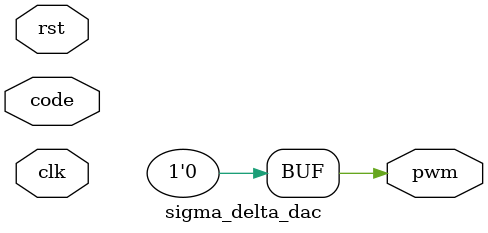
<source format=v>
module sigma_delta_dac #(
    parameter CODE_WIDTH = 10
)(
    input clk,
    input rst,
    input [CODE_WIDTH-1:0] code,
    output pwm
);
    // Remove this line once you have implemented this module
    assign pwm = 0;
endmodule

</source>
